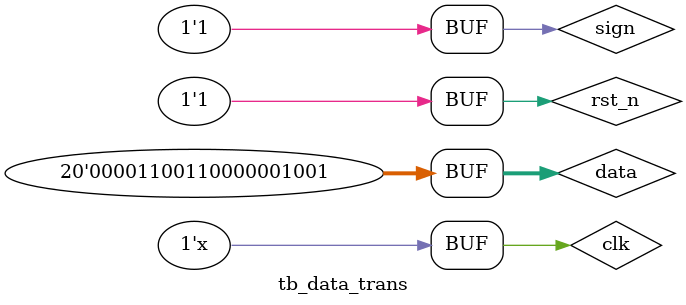
<source format=v>
`timescale 1ns/1ns
module tb_data_trans();

reg [19:0] data;
reg        clk;
reg        rst_n;
reg        sign; 
reg [5:0]  point;

wire [5:0]  sel;
wire  [7:0]  seg;

defparam data_trans_inst.CNT_1MS_MAX = 16'd50;

initial begin
    clk = 1'b1;
    rst_n <= 1'b0;
    data <= 20'd0;
    sign <= 1'b0;
    #20
    rst_n <= 1'b1;
    data <= 20'd5900;
    sign <= 1'b0;
    #20000
    data <= 20'd52233;
    sign <= 1'b1;
end

always #10 clk = ~ clk;

data_trans data_trans_inst
(
    . data  (data ),
    . clk   (clk  ),
    . rst_n (rst_n),
    . sign  (sign ),    // 1表示负号 ， 0表示正号（不显示）
    . point (),

    .sel (sel),
    .seg (seg)
);

endmodule
</source>
